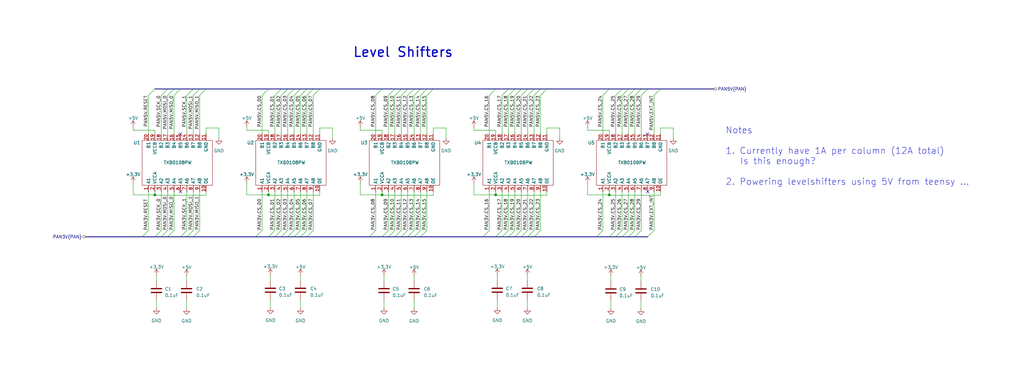
<source format=kicad_sch>
(kicad_sch (version 20230121) (generator eeschema)
  (paper "User" 406.4 152.4)
  (lib_symbols
    (symbol "Device:C" (pin_numbers hide) (pin_names (offset 0.254))
      (property "Reference" "C" (at 0.635 2.54 0))
      (property "Value" "C" (at 0.635 -2.54 0))
      (symbol "C_0_1"
        (polyline (pts (xy -2.032 -0.762) (xy 2.032 -0.762)) (stroke (width 0.508)))
        (polyline (pts (xy -2.032 0.762) (xy 2.032 0.762)) (stroke (width 0.508)))
      )
      (symbol "C_1_1"
        (pin passive line (at 0 3.81 270) (length 2.794) (name "~") (number "1"))
        (pin passive line (at 0 -3.81 90) (length 2.794) (name "~") (number "2"))
      )
    )
    (symbol "TXB0108:TXB0108PW"
      (property "Reference" "U" (at -6.35 15.24 0))
      (property "Value" "TXB0108PW" (at 0 -15.24 0))
      (symbol "TXB0108PW_0_1"
        (rectangle (start -8.89 13.97) (end 8.89 -13.97))
      )
      (symbol "TXB0108PW_1_1"
        (pin bidirectional line (at -11.43 11.43 0) (length 2.54) (name "A1") (number "1"))
        (pin input line (at -11.43 -11.43 0) (length 2.54) (name "OE") (number "10"))
        (pin power_in line (at 11.43 -11.43 180) (length 2.54) (name "GND") (number "11"))
        (pin bidirectional line (at 11.43 -8.89 180) (length 2.54) (name "B8") (number "12"))
        (pin bidirectional line (at 11.43 -6.35 180) (length 2.54) (name "B7") (number "13"))
        (pin bidirectional line (at 11.43 -3.81 180) (length 2.54) (name "B6") (number "14"))
        (pin bidirectional line (at 11.43 -1.27 180) (length 2.54) (name "B5") (number "15"))
        (pin bidirectional line (at 11.43 1.27 180) (length 2.54) (name "B4") (number "16"))
        (pin bidirectional line (at 11.43 3.81 180) (length 2.54) (name "B3") (number "17"))
        (pin bidirectional line (at 11.43 6.35 180) (length 2.54) (name "B2") (number "18"))
        (pin bidirectional line (at 11.43 8.89 180) (length 2.54) (name "VCCB") (number "19"))
        (pin power_in line (at -11.43 8.89 0) (length 2.54) (name "VCCA") (number "2"))
        (pin bidirectional line (at 11.43 11.43 180) (length 2.54) (name "B1") (number "20"))
        (pin bidirectional line (at -11.43 6.35 0) (length 2.54) (name "A2") (number "3"))
        (pin bidirectional line (at -11.43 3.81 0) (length 2.54) (name "A3") (number "4"))
        (pin bidirectional line (at -11.43 1.27 0) (length 2.54) (name "A4") (number "5"))
        (pin bidirectional line (at -11.43 -1.27 0) (length 2.54) (name "A5") (number "6"))
        (pin bidirectional line (at -11.43 -3.81 0) (length 2.54) (name "A6") (number "7"))
        (pin bidirectional line (at -11.43 -6.35 0) (length 2.54) (name "A7") (number "8"))
        (pin bidirectional line (at -11.43 -8.89 0) (length 2.54) (name "A8") (number "9"))
      )
    )
    (symbol "power:+3.3V" (power) (pin_names (offset 0))
      (property "Value" "+3.3V" (at 0 3.556 0))
      (symbol "+3.3V_0_1"
        (polyline (pts (xy -0.762 1.27) (xy 0 2.54)))
        (polyline (pts (xy 0 0) (xy 0 2.54)))
        (polyline (pts (xy 0 2.54) (xy 0.762 1.27)))
      )
      (symbol "+3.3V_1_1"
        (pin power_in line (at 0 0 90) (length 0) hide (name "+3.3V") (number "1"))
      )
    )
    (symbol "power:+5V" (power) (pin_names (offset 0))
      (property "Value" "+5V" (at 0 3.556 0))
      (symbol "+5V_0_1"
        (polyline (pts (xy -0.762 1.27) (xy 0 2.54)))
        (polyline (pts (xy 0 0) (xy 0 2.54)))
        (polyline (pts (xy 0 2.54) (xy 0.762 1.27)))
      )
      (symbol "+5V_1_1"
        (pin power_in line (at 0 0 90) (length 0) hide (name "+5V") (number "1"))
      )
    )
    (symbol "power:GND" (power) (pin_names (offset 0))
      (property "Value" "GND" (at 0 -3.81 0))
      (symbol "GND_0_1"
        (polyline (pts (xy 0 0) (xy 0 -1.27) (xy 1.27 -1.27) (xy 0 -2.54) (xy -1.27 -1.27) (xy 0 -1.27)))
      )
      (symbol "GND_1_1"
        (pin power_in line (at 0 0 270) (length 0) hide (name "GND") (number "1"))
      )
    )
  )
  (junction (at 106.553 77.343))
  (junction (at 61.468 77.343))
  (junction (at 151.638 77.343))
  (junction (at 196.723 77.343))
  (junction (at 241.808 77.343))
  (no_connect (at 257.048 53.213))
  (no_connect (at 71.628 53.213))
  (no_connect (at 71.628 76.073))
  (no_connect (at 257.048 76.073))
  (bus_entry (at 206.883 37.846) (size 2.54 -2.54))
  (bus_entry (at 149.098 37.846) (size 2.54 -2.54))
  (bus_entry (at 111.633 37.846) (size 2.54 -2.54))
  (bus_entry (at 109.093 91.44) (size -2.54 2.54))
  (bus_entry (at 214.503 91.44) (size -2.54 2.54))
  (bus_entry (at 201.803 37.846) (size 2.54 -2.54))
  (bus_entry (at 239.268 91.44) (size -2.54 2.54))
  (bus_entry (at 69.088 91.44) (size -2.54 2.54))
  (bus_entry (at 251.968 91.44) (size -2.54 2.54))
  (bus_entry (at 166.878 37.846) (size 2.54 -2.54))
  (bus_entry (at 251.968 37.846) (size 2.54 -2.54))
  (bus_entry (at 194.183 37.846) (size 2.54 -2.54))
  (bus_entry (at 154.178 37.846) (size 2.54 -2.54))
  (bus_entry (at 161.798 91.44) (size -2.54 2.54))
  (bus_entry (at 199.263 91.44) (size -2.54 2.54))
  (bus_entry (at 66.548 37.846) (size 2.54 -2.54))
  (bus_entry (at 74.168 91.44) (size -2.54 2.54))
  (bus_entry (at 244.348 37.846) (size 2.54 -2.54))
  (bus_entry (at 159.258 37.846) (size 2.54 -2.54))
  (bus_entry (at 209.423 91.44) (size -2.54 2.54))
  (bus_entry (at 254.508 37.846) (size 2.54 -2.54))
  (bus_entry (at 211.963 37.846) (size 2.54 -2.54))
  (bus_entry (at 159.258 91.44) (size -2.54 2.54))
  (bus_entry (at 58.928 37.846) (size 2.54 -2.54))
  (bus_entry (at 104.013 91.44) (size -2.54 2.54))
  (bus_entry (at 124.333 37.846) (size 2.54 -2.54))
  (bus_entry (at 204.343 37.846) (size 2.54 -2.54))
  (bus_entry (at 259.588 37.846) (size 2.54 -2.54))
  (bus_entry (at 114.173 91.44) (size -2.54 2.54))
  (bus_entry (at 149.098 91.44) (size -2.54 2.54))
  (bus_entry (at 249.428 37.846) (size 2.54 -2.54))
  (bus_entry (at 259.588 91.44) (size -2.54 2.54))
  (bus_entry (at 199.263 37.846) (size 2.54 -2.54))
  (bus_entry (at 156.718 37.846) (size 2.54 -2.54))
  (bus_entry (at 76.708 91.44) (size -2.54 2.54))
  (bus_entry (at 194.183 91.44) (size -2.54 2.54))
  (bus_entry (at 64.008 91.44) (size -2.54 2.54))
  (bus_entry (at 79.248 37.846) (size 2.54 -2.54))
  (bus_entry (at 249.428 91.44) (size -2.54 2.54))
  (bus_entry (at 209.423 37.846) (size 2.54 -2.54))
  (bus_entry (at 201.803 91.44) (size -2.54 2.54))
  (bus_entry (at 79.248 91.44) (size -2.54 2.54))
  (bus_entry (at 64.008 37.846) (size 2.54 -2.54))
  (bus_entry (at 121.793 37.846) (size 2.54 -2.54))
  (bus_entry (at 211.963 91.44) (size -2.54 2.54))
  (bus_entry (at 111.633 91.44) (size -2.54 2.54))
  (bus_entry (at 76.708 37.846) (size 2.54 -2.54))
  (bus_entry (at 119.253 91.44) (size -2.54 2.54))
  (bus_entry (at 246.888 37.846) (size 2.54 -2.54))
  (bus_entry (at 244.348 91.44) (size -2.54 2.54))
  (bus_entry (at 109.093 37.846) (size 2.54 -2.54))
  (bus_entry (at 116.713 91.44) (size -2.54 2.54))
  (bus_entry (at 69.088 37.846) (size 2.54 -2.54))
  (bus_entry (at 116.713 37.846) (size 2.54 -2.54))
  (bus_entry (at 254.508 91.44) (size -2.54 2.54))
  (bus_entry (at 74.168 37.846) (size 2.54 -2.54))
  (bus_entry (at 161.798 37.846) (size 2.54 -2.54))
  (bus_entry (at 154.178 91.44) (size -2.54 2.54))
  (bus_entry (at 239.268 37.846) (size 2.54 -2.54))
  (bus_entry (at 169.418 37.846) (size 2.54 -2.54))
  (bus_entry (at 206.883 91.44) (size -2.54 2.54))
  (bus_entry (at 121.793 91.44) (size -2.54 2.54))
  (bus_entry (at 166.878 91.44) (size -2.54 2.54))
  (bus_entry (at 164.338 37.846) (size 2.54 -2.54))
  (bus_entry (at 156.718 91.44) (size -2.54 2.54))
  (bus_entry (at 164.338 91.44) (size -2.54 2.54))
  (bus_entry (at 119.253 37.846) (size 2.54 -2.54))
  (bus_entry (at 246.888 91.44) (size -2.54 2.54))
  (bus_entry (at 124.333 91.44) (size -2.54 2.54))
  (bus_entry (at 58.928 91.44) (size -2.54 2.54))
  (bus_entry (at 104.013 37.846) (size 2.54 -2.54))
  (bus_entry (at 66.548 91.44) (size -2.54 2.54))
  (bus_entry (at 204.343 91.44) (size -2.54 2.54))
  (bus_entry (at 214.503 37.846) (size 2.54 -2.54))
  (bus_entry (at 114.173 37.846) (size 2.54 -2.54))
  (bus_entry (at 169.418 91.44) (size -2.54 2.54))
  (bus (pts (xy 151.638 35.306) (xy 156.718 35.306)))
  (wire (pts (xy 52.832 51.689) (xy 52.832 50.419)))
  (bus (pts (xy 121.793 93.98) (xy 146.558 93.98)))
  (bus (pts (xy 164.338 35.306) (xy 166.878 35.306)))
  (wire (pts (xy 114.173 76.073) (xy 114.173 91.44)))
  (wire (pts (xy 164.338 109.474) (xy 164.338 111.506)))
  (wire (pts (xy 104.013 37.846) (xy 104.013 53.213)))
  (wire (pts (xy 214.503 76.073) (xy 214.503 91.44)))
  (wire (pts (xy 177.038 50.8) (xy 177.038 54.737)))
  (wire (pts (xy 97.917 51.689) (xy 97.917 50.419)))
  (wire (pts (xy 69.088 37.846) (xy 69.088 53.213)))
  (bus (pts (xy 191.643 93.98) (xy 196.723 93.98)))
  (wire (pts (xy 116.713 37.846) (xy 116.713 53.213)))
  (wire (pts (xy 151.638 77.343) (xy 143.002 77.343)))
  (wire (pts (xy 119.253 118.999) (xy 119.253 122.174)))
  (bus (pts (xy 154.178 93.98) (xy 156.718 93.98)))
  (wire (pts (xy 241.808 77.343) (xy 241.808 77.47)))
  (wire (pts (xy 106.553 77.47) (xy 126.873 77.47)))
  (bus (pts (xy 254.508 35.306) (xy 257.048 35.306)))
  (wire (pts (xy 74.168 76.073) (xy 74.168 91.44)))
  (bus (pts (xy 217.043 35.306) (xy 241.808 35.306)))
  (wire (pts (xy 119.253 109.347) (xy 119.253 111.379)))
  (wire (pts (xy 254.508 37.846) (xy 254.508 53.213)))
  (wire (pts (xy 126.873 50.8) (xy 131.953 50.8)))
  (wire (pts (xy 159.258 76.073) (xy 159.258 91.44)))
  (wire (pts (xy 154.178 37.846) (xy 154.178 53.213)))
  (wire (pts (xy 156.718 37.846) (xy 156.718 53.213)))
  (wire (pts (xy 76.708 76.073) (xy 76.708 91.44)))
  (bus (pts (xy 76.708 93.98) (xy 101.473 93.98)))
  (wire (pts (xy 109.093 76.073) (xy 109.093 91.44)))
  (wire (pts (xy 196.723 77.343) (xy 196.723 77.47)))
  (wire (pts (xy 196.723 51.689) (xy 188.087 51.689)))
  (bus (pts (xy 241.808 93.98) (xy 244.348 93.98)))
  (bus (pts (xy 119.253 93.98) (xy 121.793 93.98)))
  (bus (pts (xy 64.008 93.98) (xy 66.548 93.98)))
  (wire (pts (xy 254.381 119.253) (xy 254.381 122.428)))
  (wire (pts (xy 159.258 37.846) (xy 159.258 53.213)))
  (bus (pts (xy 209.423 93.98) (xy 211.963 93.98)))
  (wire (pts (xy 164.338 76.073) (xy 164.338 91.44)))
  (bus (pts (xy 214.503 35.306) (xy 217.043 35.306)))
  (wire (pts (xy 249.428 37.846) (xy 249.428 53.213)))
  (bus (pts (xy 121.793 35.306) (xy 124.333 35.306)))
  (wire (pts (xy 246.888 37.846) (xy 246.888 53.213)))
  (wire (pts (xy 52.832 72.644) (xy 52.832 77.343)))
  (wire (pts (xy 166.878 37.846) (xy 166.878 53.213)))
  (wire (pts (xy 217.043 76.073) (xy 217.043 77.47)))
  (bus (pts (xy 66.548 93.98) (xy 71.628 93.98)))
  (bus (pts (xy 166.878 93.98) (xy 191.643 93.98)))
  (wire (pts (xy 254.381 109.601) (xy 254.381 111.633)))
  (bus (pts (xy 146.558 93.98) (xy 151.638 93.98)))
  (wire (pts (xy 81.788 53.213) (xy 81.788 50.8)))
  (bus (pts (xy 241.808 35.306) (xy 246.888 35.306)))
  (wire (pts (xy 209.423 76.073) (xy 209.423 91.44)))
  (wire (pts (xy 116.713 76.073) (xy 116.713 91.44)))
  (wire (pts (xy 119.253 37.846) (xy 119.253 53.213)))
  (bus (pts (xy 76.708 35.306) (xy 79.248 35.306)))
  (bus (pts (xy 251.968 35.306) (xy 254.508 35.306)))
  (wire (pts (xy 201.803 76.073) (xy 201.803 91.44)))
  (wire (pts (xy 188.087 72.644) (xy 188.087 77.343)))
  (bus (pts (xy 171.958 35.306) (xy 196.723 35.306)))
  (wire (pts (xy 61.468 51.689) (xy 52.832 51.689)))
  (bus (pts (xy 156.718 93.98) (xy 159.258 93.98)))
  (wire (pts (xy 166.878 76.073) (xy 166.878 91.44)))
  (wire (pts (xy 239.268 37.846) (xy 239.268 53.213)))
  (bus (pts (xy 206.883 93.98) (xy 209.423 93.98)))
  (bus (pts (xy 246.888 35.306) (xy 249.428 35.306)))
  (bus (pts (xy 249.428 93.98) (xy 251.968 93.98)))
  (wire (pts (xy 262.128 50.8) (xy 267.208 50.8)))
  (bus (pts (xy 109.093 93.98) (xy 111.633 93.98)))
  (wire (pts (xy 259.588 76.073) (xy 259.588 91.44)))
  (wire (pts (xy 121.793 37.846) (xy 121.793 53.213)))
  (wire (pts (xy 239.268 76.073) (xy 239.268 91.44)))
  (wire (pts (xy 97.917 72.644) (xy 97.917 77.343)))
  (bus (pts (xy 199.263 93.98) (xy 201.803 93.98)))
  (wire (pts (xy 246.888 76.073) (xy 246.888 91.44)))
  (wire (pts (xy 241.808 77.343) (xy 233.172 77.343)))
  (bus (pts (xy 204.343 35.306) (xy 206.883 35.306)))
  (bus (pts (xy 61.468 35.306) (xy 66.548 35.306)))
  (wire (pts (xy 106.553 77.343) (xy 106.553 77.47)))
  (bus (pts (xy 196.723 35.306) (xy 201.803 35.306)))
  (bus (pts (xy 79.248 35.306) (xy 81.788 35.306)))
  (wire (pts (xy 66.548 76.073) (xy 66.548 91.44)))
  (wire (pts (xy 106.553 51.689) (xy 97.917 51.689)))
  (wire (pts (xy 143.002 51.689) (xy 143.002 50.419)))
  (wire (pts (xy 196.723 77.47) (xy 217.043 77.47)))
  (wire (pts (xy 79.248 76.073) (xy 79.248 91.44)))
  (wire (pts (xy 209.423 37.846) (xy 209.423 53.213)))
  (bus (pts (xy 101.473 93.98) (xy 106.553 93.98)))
  (bus (pts (xy 116.713 93.98) (xy 119.253 93.98)))
  (wire (pts (xy 151.638 76.073) (xy 151.638 77.343)))
  (wire (pts (xy 251.968 76.073) (xy 251.968 91.44)))
  (wire (pts (xy 149.098 76.073) (xy 149.098 91.44)))
  (wire (pts (xy 152.4 109.347) (xy 152.4 111.506)))
  (bus (pts (xy 204.343 93.98) (xy 206.883 93.98)))
  (bus (pts (xy 249.428 35.306) (xy 251.968 35.306)))
  (bus (pts (xy 66.548 35.306) (xy 69.088 35.306)))
  (wire (pts (xy 244.348 76.073) (xy 244.348 91.44)))
  (bus (pts (xy 124.333 35.306) (xy 126.873 35.306)))
  (wire (pts (xy 106.553 53.213) (xy 106.553 51.689)))
  (wire (pts (xy 151.638 51.689) (xy 143.002 51.689)))
  (bus (pts (xy 262.128 35.306) (xy 283.337 35.306)))
  (wire (pts (xy 131.953 50.8) (xy 131.953 54.737)))
  (wire (pts (xy 222.123 50.8) (xy 222.123 54.737)))
  (bus (pts (xy 246.888 93.98) (xy 249.428 93.98)))
  (wire (pts (xy 74.168 37.846) (xy 74.168 53.213)))
  (bus (pts (xy 211.963 35.306) (xy 214.503 35.306)))
  (bus (pts (xy 159.258 93.98) (xy 161.798 93.98)))
  (wire (pts (xy 199.263 76.073) (xy 199.263 91.44)))
  (wire (pts (xy 171.958 76.073) (xy 171.958 77.47)))
  (bus (pts (xy 33.909 93.98) (xy 56.388 93.98)))
  (wire (pts (xy 206.883 37.846) (xy 206.883 53.213)))
  (wire (pts (xy 194.183 76.073) (xy 194.183 91.44)))
  (wire (pts (xy 201.803 37.846) (xy 201.803 53.213)))
  (wire (pts (xy 66.548 37.846) (xy 66.548 53.213)))
  (bus (pts (xy 151.638 93.98) (xy 154.178 93.98)))
  (wire (pts (xy 76.708 37.846) (xy 76.708 53.213)))
  (bus (pts (xy 209.423 35.306) (xy 211.963 35.306)))
  (bus (pts (xy 106.553 35.306) (xy 111.633 35.306)))
  (wire (pts (xy 61.468 76.073) (xy 61.468 77.343)))
  (wire (pts (xy 241.808 51.689) (xy 233.172 51.689)))
  (wire (pts (xy 206.883 76.073) (xy 206.883 91.44)))
  (wire (pts (xy 119.253 76.073) (xy 119.253 91.44)))
  (wire (pts (xy 242.443 109.474) (xy 242.443 111.633)))
  (wire (pts (xy 262.128 76.073) (xy 262.128 77.47)))
  (wire (pts (xy 74.041 109.474) (xy 74.041 111.506)))
  (wire (pts (xy 164.338 37.846) (xy 164.338 53.213)))
  (wire (pts (xy 106.553 76.073) (xy 106.553 77.343)))
  (bus (pts (xy 116.713 35.306) (xy 119.253 35.306)))
  (wire (pts (xy 107.315 118.999) (xy 107.315 122.047)))
  (wire (pts (xy 171.958 50.8) (xy 177.038 50.8)))
  (wire (pts (xy 111.633 37.846) (xy 111.633 53.213)))
  (wire (pts (xy 254.508 76.073) (xy 254.508 91.44)))
  (wire (pts (xy 81.788 76.073) (xy 81.788 77.47)))
  (wire (pts (xy 196.723 76.073) (xy 196.723 77.343)))
  (bus (pts (xy 201.803 93.98) (xy 204.343 93.98)))
  (bus (pts (xy 251.968 93.98) (xy 257.048 93.98)))
  (wire (pts (xy 61.468 53.213) (xy 61.468 51.689)))
  (wire (pts (xy 197.358 109.22) (xy 197.358 111.379)))
  (wire (pts (xy 61.468 77.343) (xy 61.468 77.47)))
  (wire (pts (xy 124.333 76.073) (xy 124.333 91.44)))
  (wire (pts (xy 69.088 76.073) (xy 69.088 91.44)))
  (bus (pts (xy 206.883 35.306) (xy 209.423 35.306)))
  (wire (pts (xy 267.208 50.8) (xy 267.208 54.737)))
  (wire (pts (xy 86.868 50.8) (xy 86.868 54.737)))
  (wire (pts (xy 194.183 37.846) (xy 194.183 53.213)))
  (wire (pts (xy 156.718 76.073) (xy 156.718 91.44)))
  (wire (pts (xy 109.093 37.846) (xy 109.093 53.213)))
  (wire (pts (xy 61.468 77.47) (xy 81.788 77.47)))
  (wire (pts (xy 151.638 53.213) (xy 151.638 51.689)))
  (wire (pts (xy 209.296 118.999) (xy 209.296 122.174)))
  (wire (pts (xy 262.128 53.213) (xy 262.128 50.8)))
  (wire (pts (xy 152.4 119.126) (xy 152.4 122.174)))
  (wire (pts (xy 209.296 109.347) (xy 209.296 111.379)))
  (wire (pts (xy 74.041 119.126) (xy 74.041 122.301)))
  (bus (pts (xy 119.253 35.306) (xy 121.793 35.306)))
  (wire (pts (xy 241.808 76.073) (xy 241.808 77.343)))
  (bus (pts (xy 201.803 35.306) (xy 204.343 35.306)))
  (wire (pts (xy 161.798 37.846) (xy 161.798 53.213)))
  (wire (pts (xy 121.793 76.073) (xy 121.793 91.44)))
  (wire (pts (xy 58.928 37.846) (xy 58.928 53.213)))
  (bus (pts (xy 111.633 35.306) (xy 114.173 35.306)))
  (wire (pts (xy 107.315 109.22) (xy 107.315 111.379)))
  (wire (pts (xy 251.968 37.846) (xy 251.968 53.213)))
  (wire (pts (xy 196.723 53.213) (xy 196.723 51.689)))
  (bus (pts (xy 211.963 93.98) (xy 236.728 93.98)))
  (wire (pts (xy 197.358 118.999) (xy 197.358 122.047)))
  (wire (pts (xy 211.963 76.073) (xy 211.963 91.44)))
  (wire (pts (xy 61.468 77.343) (xy 52.832 77.343)))
  (bus (pts (xy 126.873 35.306) (xy 151.638 35.306)))
  (bus (pts (xy 196.723 93.98) (xy 199.263 93.98)))
  (wire (pts (xy 233.172 72.644) (xy 233.172 77.343)))
  (wire (pts (xy 169.418 76.073) (xy 169.418 91.44)))
  (bus (pts (xy 56.388 93.98) (xy 61.468 93.98)))
  (wire (pts (xy 171.958 53.213) (xy 171.958 50.8)))
  (wire (pts (xy 169.418 37.846) (xy 169.418 53.213)))
  (bus (pts (xy 169.418 35.306) (xy 171.958 35.306)))
  (bus (pts (xy 71.628 35.306) (xy 76.708 35.306)))
  (wire (pts (xy 217.043 50.8) (xy 222.123 50.8)))
  (wire (pts (xy 196.723 77.343) (xy 188.087 77.343)))
  (wire (pts (xy 211.963 37.846) (xy 211.963 53.213)))
  (wire (pts (xy 188.087 51.689) (xy 188.087 50.419)))
  (bus (pts (xy 71.628 93.98) (xy 74.168 93.98)))
  (wire (pts (xy 104.013 76.073) (xy 104.013 91.44)))
  (wire (pts (xy 214.503 37.846) (xy 214.503 53.213)))
  (wire (pts (xy 204.343 76.073) (xy 204.343 91.44)))
  (wire (pts (xy 249.428 76.073) (xy 249.428 91.44)))
  (wire (pts (xy 114.173 37.846) (xy 114.173 53.213)))
  (bus (pts (xy 244.348 93.98) (xy 246.888 93.98)))
  (bus (pts (xy 114.173 35.306) (xy 116.713 35.306)))
  (wire (pts (xy 151.638 77.47) (xy 171.958 77.47)))
  (wire (pts (xy 126.873 53.213) (xy 126.873 50.8)))
  (bus (pts (xy 81.788 35.306) (xy 106.553 35.306)))
  (wire (pts (xy 106.553 77.343) (xy 97.917 77.343)))
  (wire (pts (xy 62.103 109.347) (xy 62.103 111.506)))
  (wire (pts (xy 244.348 37.846) (xy 244.348 53.213)))
  (bus (pts (xy 159.258 35.306) (xy 161.798 35.306)))
  (wire (pts (xy 154.178 76.073) (xy 154.178 91.44)))
  (bus (pts (xy 61.468 93.98) (xy 64.008 93.98)))
  (bus (pts (xy 161.798 35.306) (xy 164.338 35.306)))
  (wire (pts (xy 164.338 119.126) (xy 164.338 122.301)))
  (wire (pts (xy 58.928 76.073) (xy 58.928 91.44)))
  (bus (pts (xy 114.173 93.98) (xy 116.713 93.98)))
  (wire (pts (xy 259.588 37.846) (xy 259.588 53.213)))
  (wire (pts (xy 241.808 53.213) (xy 241.808 51.689)))
  (wire (pts (xy 64.008 76.073) (xy 64.008 91.44)))
  (bus (pts (xy 74.168 93.98) (xy 76.708 93.98)))
  (wire (pts (xy 64.008 37.846) (xy 64.008 53.213)))
  (wire (pts (xy 62.103 119.126) (xy 62.103 122.174)))
  (wire (pts (xy 217.043 53.213) (xy 217.043 50.8)))
  (wire (pts (xy 241.808 77.47) (xy 262.128 77.47)))
  (wire (pts (xy 151.638 77.343) (xy 151.638 77.47)))
  (wire (pts (xy 126.873 76.073) (xy 126.873 77.47)))
  (bus (pts (xy 166.878 35.306) (xy 169.418 35.306)))
  (bus (pts (xy 257.048 35.306) (xy 262.128 35.306)))
  (wire (pts (xy 143.002 72.644) (xy 143.002 77.343)))
  (wire (pts (xy 204.343 37.846) (xy 204.343 53.213)))
  (wire (pts (xy 111.633 76.073) (xy 111.633 91.44)))
  (wire (pts (xy 124.333 37.846) (xy 124.333 53.213)))
  (wire (pts (xy 81.788 50.8) (xy 86.868 50.8)))
  (bus (pts (xy 236.728 93.98) (xy 241.808 93.98)))
  (bus (pts (xy 69.088 35.306) (xy 71.628 35.306)))
  (bus (pts (xy 106.553 93.98) (xy 109.093 93.98)))
  (bus (pts (xy 156.718 35.306) (xy 159.258 35.306)))
  (wire (pts (xy 161.798 76.073) (xy 161.798 91.44)))
  (bus (pts (xy 164.338 93.98) (xy 166.878 93.98)))
  (wire (pts (xy 199.263 37.846) (xy 199.263 53.213)))
  (wire (pts (xy 79.248 37.846) (xy 79.248 53.213)))
  (bus (pts (xy 161.798 93.98) (xy 164.338 93.98)))
  (wire (pts (xy 233.172 51.689) (xy 233.172 50.419)))
  (wire (pts (xy 149.098 37.846) (xy 149.098 53.213)))
  (wire (pts (xy 242.443 119.253) (xy 242.443 122.301)))
  (bus (pts (xy 111.633 93.98) (xy 114.173 93.98)))
  (text "Notes\n\n1. Currently have 1A per column (12A total)\n   Is this enough?\n\n2. Powering levelshifters using 5V from teensy ... " (at 287.909 73.787 0) (effects (font (size 2.54 2.54)) (justify left bottom)))
  (text "Level Shifters" (at 139.954 23.114 0) (effects (font (size 3.81 3.81) (thickness 0.508) bold) (justify left bottom)))
  (label "PAN3V.CS_06" (at 121.793 91.44 90))
  (label "PAN5V.SCK_1" (at 74.168 37.846 270))
  (label "PAN3V.CS_05" (at 119.253 91.44 90))
  (label "PAN5V.CS_17" (at 199.263 37.846 270))
  (label "PAN5V.CS_20" (at 206.883 37.846 270))
  (label "PAN5V.CS_13" (at 164.338 37.846 270))
  (label "PAN5V.CS_23" (at 214.503 37.846 270))
  (label "PAN5V.CS_24" (at 239.268 37.846 270))
  (label "PAN5V.CS_26" (at 246.888 37.846 270))
  (label "PAN5V.CS_16" (at 194.183 37.846 270))
  (label "PAN5V.CS_04" (at 116.713 37.846 270))
  (label "PAN3V.CS_11" (at 159.258 91.44 90))
  (label "PAN3V.CS_26" (at 246.888 91.44 90))
  (label "PAN3V.CS_16" (at 194.183 91.44 90))
  (label "PAN3V.CS_24" (at 239.268 91.44 90))
  (label "PAN3V.CS_00" (at 104.013 91.44 90))
  (label "PAN3V.CS_07" (at 124.333 91.44 90))
  (label "PAN3V.CS_27" (at 249.428 91.44 90))
  (label "PAN5V.CS_07" (at 124.333 37.846 270))
  (label "PAN5V.CS_21" (at 209.423 37.846 270))
  (label "PAN3V.CS_23" (at 214.503 91.44 90))
  (label "PAN3V.CS_14" (at 166.878 91.44 90))
  (label "PAN3V.CS_01" (at 109.093 91.44 90))
  (label "PAN3V.CS_28" (at 251.968 91.44 90))
  (label "PAN5V.CS_02" (at 111.633 37.846 270))
  (label "PAN3V.CS_17" (at 199.263 91.44 90))
  (label "PAN5V.CS_25" (at 244.348 37.846 270))
  (label "PAN5V.RESET" (at 58.928 37.846 270))
  (label "PAN3V.SCK_1" (at 74.168 91.313 90))
  (label "PAN5V.MISO_1" (at 79.248 37.846 270))
  (label "PAN3V.CS_04" (at 116.713 91.44 90))
  (label "PAN5V.SCK_0" (at 64.008 37.846 270))
  (label "PAN3V.MOSI_1" (at 76.708 91.313 90))
  (label "PAN5V.CS_11" (at 159.258 37.846 270))
  (label "PAN5V.CS_14" (at 166.878 37.846 270))
  (label "PAN5V.CS_15" (at 169.418 37.846 270))
  (label "PAN3V.CS_18" (at 201.803 91.44 90))
  (label "PAN3V.CS_15" (at 169.418 91.44 90))
  (label "PAN5V.CS_22" (at 211.963 37.846 270))
  (label "PAN5V.EXT_INT" (at 259.588 37.846 270))
  (label "PAN5V.CS_29" (at 254.508 37.846 270))
  (label "PAN3V.CS_13" (at 164.338 91.44 90))
  (label "PAN3V.CS_02" (at 111.633 91.44 90))
  (label "PAN5V.CS_19" (at 204.343 37.846 270))
  (label "PAN3V.CS_22" (at 211.963 91.44 90))
  (label "PAN3V.CS_19" (at 204.343 91.44 90))
  (label "PAN5V.CS_27" (at 249.428 37.846 270))
  (label "PAN5V.CS_10" (at 156.718 37.846 270))
  (label "PAN3V.CS_12" (at 161.798 91.44 90))
  (label "PAN5V.MISO_0" (at 69.088 37.846 270))
  (label "PAN3V.MISO_1" (at 79.248 91.313 90))
  (label "PAN5V.CS_03" (at 114.173 37.846 270))
  (label "PAN3V.MISO_0" (at 69.088 91.44 90))
  (label "PAN3V.CS_10" (at 156.718 91.44 90))
  (label "PAN3V.CS_21" (at 209.423 91.44 90))
  (label "PAN3V.EXT_INT" (at 259.588 91.44 90))
  (label "PAN5V.CS_06" (at 121.793 37.846 270))
  (label "PAN3V.CS_08" (at 149.098 91.44 90))
  (label "PAN5V.CS_01" (at 109.093 37.846 270))
  (label "PAN5V.CS_08" (at 149.098 37.846 270))
  (label "PAN3V.CS_25" (at 244.348 91.44 90))
  (label "PAN5V.CS_28" (at 251.968 37.846 270))
  (label "PAN5V.CS_12" (at 161.798 37.846 270))
  (label "PAN5V.CS_18" (at 201.803 37.846 270))
  (label "PAN3V.CS_09" (at 154.178 91.44 90))
  (label "PAN5V.MOSI_1" (at 76.708 37.846 270))
  (label "PAN3V.CS_29" (at 254.508 91.44 90))
  (label "PAN3V.MOSI_0" (at 66.548 91.44 90))
  (label "PAN5V.CS_05" (at 119.253 37.846 270))
  (label "PAN3V.RESET" (at 58.928 91.44 90))
  (label "PAN3V.SCK_0" (at 64.008 91.44 90))
  (label "PAN5V.CS_09" (at 154.178 37.846 270))
  (label "PAN5V.CS_00" (at 104.013 37.846 270))
  (label "PAN5V.MOSI_0" (at 66.548 37.846 270))
  (label "PAN3V.CS_03" (at 114.173 91.44 90))
  (label "PAN3V.CS_20" (at 206.883 91.44 90))
  (hierarchical_label "PAN3V{PAN}" (shape bidirectional) (at 33.909 93.98 180))
  (hierarchical_label "PAN5V{PAN}" (shape bidirectional) (at 283.337 35.306 0))
  (symbol (lib_id "power:GND") (at 209.296 122.174 0) (unit 1)
    (property "Reference" "#PWR038" (effects hide))
    (property "Value" "GND" (at 209.296 127.254 0))
    (instances (project "teensy_arena_12-12" (path "" (reference "#PWR038") (unit 1)) (path "" (reference "#PWR060") (unit 1))))
  )
  (symbol (lib_id "Device:C") (at 197.358 115.189 0) (unit 1)
    (property "Reference" "C7" (at 200.66 114.554 0) (effects (justify left)))
    (property "Value" "0.1uF" (at 200.66 117.094 0) (effects (justify left)))
  )
  (symbol (lib_id "power:+3.3V") (at 242.443 109.474 0) (unit 1)
    (property "Reference" "#PWR069" (effects hide))
    (property "Value" "+3.3V" (at 242.443 106.045 0))
  )
  (symbol (lib_id "power:+3.3V") (at 152.4 109.347 0) (unit 1)
    (property "Reference" "#PWR035" (effects hide))
    (property "Value" "+3.3V" (at 152.4 105.918 0))
  )
  (symbol (lib_id "power:+5V") (at 52.832 50.419 0) (unit 1)
    (property "Reference" "#PWR063" (effects hide))
    (property "Value" "+5V" (at 52.832 46.863 0))
  )
  (symbol (lib_id "power:+5V") (at 209.296 109.347 0) (unit 1)
    (property "Reference" "#PWR042" (effects hide))
    (property "Value" "+5V" (at 209.296 105.918 0))
  )
  (symbol (lib_id "power:+5V") (at 143.002 50.419 0) (unit 1)
    (property "Reference" "#PWR031" (effects hide))
    (property "Value" "+5V" (at 143.002 46.863 0))
  )
  (symbol (lib_id "power:GND") (at 74.041 122.301 0) (unit 1)
    (property "Reference" "#PWR038" (effects hide))
    (property "Value" "GND" (at 74.041 127.381 0))
    (instances (project "teensy_arena_12-12" (path "" (reference "#PWR038") (unit 1)) (path "" (reference "#PWR017") (unit 1))))
  )
  (symbol (lib_id "TXB0108:TXB0108PW") (at 70.358 64.643 90) (unit 1)
    (property "Reference" "U1" (at 52.959 56.642 90) (effects (justify right)))
    (property "Value" "TXB0108PW" (at 64.897 64.516 90) (effects (justify right)))
  )
  (symbol (lib_id "power:+3.3V") (at 233.172 72.644 0) (unit 1)
    (property "Reference" "#PWR068" (effects hide))
    (property "Value" "+3.3V" (at 233.172 69.215 0))
  )
  (symbol (lib_id "Device:C") (at 74.041 115.316 0) (unit 1)
    (property "Reference" "C2" (at 77.851 114.681 0) (effects (justify left)))
    (property "Value" "0.1uF" (at 77.851 117.221 0) (effects (justify left)))
  )
  (symbol (lib_id "Device:C") (at 254.381 115.443 0) (unit 1)
    (property "Reference" "C10" (at 258.191 114.808 0) (effects (justify left)))
    (property "Value" "0.1uF" (at 258.191 117.348 0) (effects (justify left)))
  )
  (symbol (lib_id "Device:C") (at 62.103 115.316 0) (unit 1)
    (property "Reference" "C1" (at 65.405 114.681 0) (effects (justify left)))
    (property "Value" "0.1uF" (at 65.405 117.221 0) (effects (justify left)))
  )
  (symbol (lib_id "power:GND") (at 197.358 122.047 0) (unit 1)
    (property "Reference" "#PWR038" (effects hide))
    (property "Value" "GND" (at 197.358 127.127 0))
    (instances (project "teensy_arena_12-12" (path "" (reference "#PWR038") (unit 1)) (path "" (reference "#PWR043") (unit 1))))
  )
  (symbol (lib_id "power:GND") (at 267.208 54.737 0) (unit 1)
    (property "Reference" "#PWR038" (effects hide))
    (property "Value" "GND" (at 267.208 59.817 0))
    (instances (project "teensy_arena_12-12" (path "" (reference "#PWR038") (unit 1)) (path "" (reference "#PWR067") (unit 1))))
  )
  (symbol (lib_id "TXB0108:TXB0108PW") (at 250.698 64.643 90) (unit 1)
    (property "Reference" "U5" (at 233.299 56.642 90) (effects (justify right)))
    (property "Value" "TXB0108PW" (at 245.237 64.516 90) (effects (justify right)))
  )
  (symbol (lib_id "Device:C") (at 152.4 115.316 0) (unit 1)
    (property "Reference" "C5" (at 155.702 114.681 0) (effects (justify left)))
    (property "Value" "0.1uF" (at 155.702 117.221 0) (effects (justify left)))
  )
  (symbol (lib_id "power:+3.3V") (at 107.315 109.22 0) (unit 1)
    (property "Reference" "#PWR028" (effects hide))
    (property "Value" "+3.3V" (at 107.315 105.791 0))
  )
  (symbol (lib_id "power:+3.3V") (at 197.358 109.22 0) (unit 1)
    (property "Reference" "#PWR041" (effects hide))
    (property "Value" "+3.3V" (at 197.358 105.791 0))
  )
  (symbol (lib_id "power:+3.3V") (at 143.002 72.644 0) (unit 1)
    (property "Reference" "#PWR064" (effects hide))
    (property "Value" "+3.3V" (at 143.002 69.215 0))
  )
  (symbol (lib_id "Device:C") (at 107.315 115.189 0) (unit 1)
    (property "Reference" "C3" (at 110.617 114.554 0) (effects (justify left)))
    (property "Value" "0.1uF" (at 110.617 117.094 0) (effects (justify left)))
  )
  (symbol (lib_id "power:+5V") (at 254.381 109.601 0) (unit 1)
    (property "Reference" "#PWR070" (effects hide))
    (property "Value" "+5V" (at 254.381 106.172 0))
  )
  (symbol (lib_id "power:GND") (at 164.338 122.301 0) (unit 1)
    (property "Reference" "#PWR038" (effects hide))
    (property "Value" "GND" (at 164.338 127.381 0))
    (instances (project "teensy_arena_12-12" (path "" (reference "#PWR038") (unit 1)) (path "" (reference "#PWR040") (unit 1))))
  )
  (symbol (lib_id "power:+5V") (at 233.172 50.419 0) (unit 1)
    (property "Reference" "#PWR066" (effects hide))
    (property "Value" "+5V" (at 233.172 46.863 0))
  )
  (symbol (lib_id "Device:C") (at 209.296 115.189 0) (unit 1)
    (property "Reference" "C8" (at 213.106 114.554 0) (effects (justify left)))
    (property "Value" "0.1uF" (at 213.106 117.094 0) (effects (justify left)))
  )
  (symbol (lib_id "power:GND") (at 222.123 54.737 0) (unit 1)
    (property "Reference" "#PWR038" (effects hide))
    (property "Value" "GND" (at 222.123 59.817 0))
    (instances (project "teensy_arena_12-12" (path "" (reference "#PWR038") (unit 1)) (path "" (reference "#PWR039") (unit 1))))
  )
  (symbol (lib_id "power:+5V") (at 188.087 50.419 0) (unit 1)
    (property "Reference" "#PWR032" (effects hide))
    (property "Value" "+5V" (at 188.087 46.863 0))
  )
  (symbol (lib_id "power:GND") (at 131.953 54.737 0) (unit 1)
    (property "Reference" "#PWR038" (effects hide))
    (property "Value" "GND" (at 131.953 59.817 0))
    (instances (project "teensy_arena_12-12" (path "" (reference "#PWR038") (unit 1)) (path "" (reference "#PWR025") (unit 1))))
  )
  (symbol (lib_id "power:GND") (at 107.315 122.047 0) (unit 1)
    (property "Reference" "#PWR038" (effects hide))
    (property "Value" "GND" (at 107.315 127.127 0))
    (instances (project "teensy_arena_12-12" (path "" (reference "#PWR038") (unit 1)) (path "" (reference "#PWR030") (unit 1))))
  )
  (symbol (lib_id "power:GND") (at 177.038 54.737 0) (unit 1)
    (property "Reference" "#PWR038" (effects hide))
    (property "Value" "GND" (at 177.038 59.817 0))
    (instances (project "teensy_arena_12-12" (path "" (reference "#PWR038") (unit 1)) (path "" (reference "#PWR033") (unit 1))))
  )
  (symbol (lib_id "power:+3.3V") (at 52.832 72.644 0) (unit 1)
    (property "Reference" "#PWR061" (effects hide))
    (property "Value" "+3.3V" (at 52.832 69.215 0))
  )
  (symbol (lib_id "power:+5V") (at 119.253 109.347 0) (unit 1)
    (property "Reference" "#PWR029" (effects hide))
    (property "Value" "+5V" (at 119.253 105.918 0))
  )
  (symbol (lib_id "power:GND") (at 254.381 122.428 0) (unit 1)
    (property "Reference" "#PWR038" (effects hide))
    (property "Value" "GND" (at 254.381 127.508 0))
    (instances (project "teensy_arena_12-12" (path "" (reference "#PWR038") (unit 1)) (path "" (reference "#PWR072") (unit 1))))
  )
  (symbol (lib_id "power:+3.3V") (at 97.917 72.644 0) (unit 1)
    (property "Reference" "#PWR026" (effects hide))
    (property "Value" "+3.3V" (at 97.917 69.215 0))
  )
  (symbol (lib_id "power:+5V") (at 97.917 50.419 0) (unit 1)
    (property "Reference" "#PWR012" (effects hide))
    (property "Value" "+5V" (at 97.917 46.863 0))
  )
  (symbol (lib_id "TXB0108:TXB0108PW") (at 115.443 64.643 90) (unit 1)
    (property "Reference" "U2" (at 98.044 56.642 90) (effects (justify right)))
    (property "Value" "TXB0108PW" (at 109.982 64.516 90) (effects (justify right)))
  )
  (symbol (lib_id "power:GND") (at 119.253 122.174 0) (unit 1)
    (property "Reference" "#PWR038" (effects hide))
    (property "Value" "GND" (at 119.253 127.254 0))
    (instances (project "teensy_arena_12-12" (path "" (reference "#PWR038") (unit 1)) (path "" (reference "#PWR034") (unit 1))))
  )
  (symbol (lib_id "Device:C") (at 119.253 115.189 0) (unit 1)
    (property "Reference" "C4" (at 123.063 114.554 0) (effects (justify left)))
    (property "Value" "0.1uF" (at 123.063 117.094 0) (effects (justify left)))
  )
  (symbol (lib_id "power:+5V") (at 164.338 109.474 0) (unit 1)
    (property "Reference" "#PWR036" (effects hide))
    (property "Value" "+5V" (at 164.338 106.045 0))
  )
  (symbol (lib_id "TXB0108:TXB0108PW") (at 160.528 64.643 90) (unit 1)
    (property "Reference" "U3" (at 143.129 56.642 90) (effects (justify right)))
    (property "Value" "TXB0108PW" (at 155.067 64.516 90) (effects (justify right)))
  )
  (symbol (lib_id "power:GND") (at 242.443 122.301 0) (unit 1)
    (property "Reference" "#PWR038" (effects hide))
    (property "Value" "GND" (at 242.443 127.381 0))
    (instances (project "teensy_arena_12-12" (path "" (reference "#PWR038") (unit 1)) (path "" (reference "#PWR071") (unit 1))))
  )
  (symbol (lib_id "power:+5V") (at 74.041 109.474 0) (unit 1)
    (property "Reference" "#PWR027" (effects hide))
    (property "Value" "+5V" (at 74.041 106.045 0))
  )
  (symbol (lib_id "power:+3.3V") (at 62.103 109.347 0) (unit 1)
    (property "Reference" "#PWR018" (effects hide))
    (property "Value" "+3.3V" (at 62.103 105.918 0))
  )
  (symbol (lib_id "Device:C") (at 164.338 115.316 0) (unit 1)
    (property "Reference" "C6" (at 168.148 114.681 0) (effects (justify left)))
    (property "Value" "0.1uF" (at 168.148 117.221 0) (effects (justify left)))
  )
  (symbol (lib_id "power:GND") (at 86.868 54.737 0) (unit 1)
    (property "Reference" "#PWR038" (effects hide))
    (property "Value" "GND" (at 86.868 59.817 0))
    (instances (project "teensy_arena_12-12" (path "" (reference "#PWR038") (unit 1)) (path "" (reference "#PWR062") (unit 1))))
  )
  (symbol (lib_id "Device:C") (at 242.443 115.443 0) (unit 1)
    (property "Reference" "C9" (at 245.745 114.808 0) (effects (justify left)))
    (property "Value" "0.1uF" (at 245.745 117.348 0) (effects (justify left)))
  )
  (symbol (lib_id "power:GND") (at 62.103 122.174 0) (unit 1)
    (property "Reference" "#PWR038" (effects hide))
    (property "Value" "GND" (at 62.103 127.254 0))
    (instances (project "teensy_arena_12-12" (path "" (reference "#PWR038") (unit 1)) (path "" (reference "#PWR015") (unit 1))))
  )
  (symbol (lib_id "TXB0108:TXB0108PW") (at 205.613 64.643 90) (unit 1)
    (property "Reference" "U4" (at 188.214 56.642 90) (effects (justify right)))
    (property "Value" "TXB0108PW" (at 200.152 64.516 90) (effects (justify right)))
  )
  (symbol (lib_id "power:GND") (at 152.4 122.174 0) (unit 1)
    (property "Reference" "#PWR038" (effects hide))
    (property "Value" "GND" (at 152.4 127.254 0))
    (instances (project "teensy_arena_12-12" (path "" (reference "#PWR038") (unit 1)) (path "" (reference "#PWR037") (unit 1))))
  )
  (symbol (lib_id "power:+3.3V") (at 188.087 72.644 0) (unit 1)
    (property "Reference" "#PWR065" (effects hide))
    (property "Value" "+3.3V" (at 188.087 69.215 0))
  )
)
</source>
